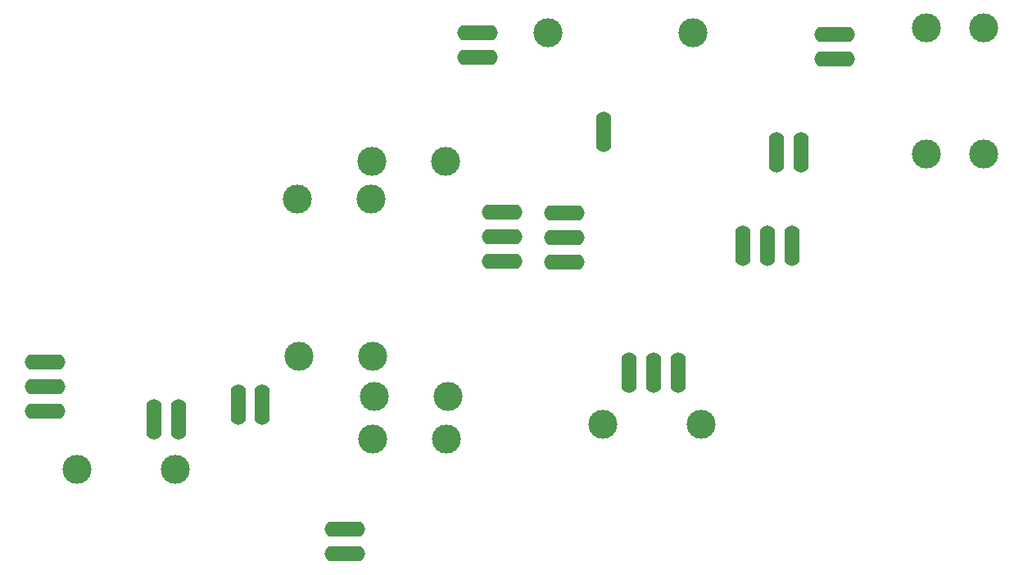
<source format=gbr>
%TF.GenerationSoftware,KiCad,Pcbnew,(6.0.7)*%
%TF.CreationDate,2023-02-12T14:45:51-05:00*%
%TF.ProjectId,Genesis_PA_Testing_v1,47656e65-7369-4735-9f50-415f54657374,rev?*%
%TF.SameCoordinates,Original*%
%TF.FileFunction,Soldermask,Bot*%
%TF.FilePolarity,Negative*%
%FSLAX46Y46*%
G04 Gerber Fmt 4.6, Leading zero omitted, Abs format (unit mm)*
G04 Created by KiCad (PCBNEW (6.0.7)) date 2023-02-12 14:45:51*
%MOMM*%
%LPD*%
G01*
G04 APERTURE LIST*
%ADD10C,3.000000*%
%ADD11O,4.200000X1.600000*%
%ADD12O,1.600000X4.200000*%
G04 APERTURE END LIST*
D10*
%TO.C,R17*%
X115824000Y-129413000D03*
X123444000Y-129413000D03*
%TD*%
%TO.C,R14*%
X115633500Y-105092500D03*
X123253500Y-105092500D03*
%TD*%
%TO.C,R8*%
X107886500Y-109029500D03*
X115506500Y-109029500D03*
%TD*%
%TO.C,R12*%
X108077000Y-125285500D03*
X115697000Y-125285500D03*
%TD*%
%TO.C,R11*%
X123317000Y-133794500D03*
X115697000Y-133794500D03*
%TD*%
D11*
%TO.C,C23*%
X112839500Y-145667613D03*
X112839500Y-143167613D03*
%TD*%
D10*
%TO.C,L1*%
X133787500Y-91821000D03*
X148787500Y-91821000D03*
%TD*%
%TO.C,T1*%
X172895000Y-91353500D03*
X172895000Y-104353500D03*
X178895000Y-91353500D03*
X178895000Y-104353500D03*
%TD*%
D12*
%TO.C,RV1*%
X147266500Y-126936500D03*
X144726500Y-126936500D03*
X142186500Y-126936500D03*
%TD*%
%TO.C,J2*%
X159956500Y-104203500D03*
X157416500Y-104203500D03*
%TD*%
%TO.C,D2*%
X93086000Y-131826000D03*
X95626000Y-131826000D03*
%TD*%
%TO.C,C20*%
X104265613Y-130302000D03*
X101765613Y-130302000D03*
%TD*%
D10*
%TO.C,D3*%
X95250000Y-136969500D03*
X85090000Y-136969500D03*
%TD*%
D12*
%TO.C,Q1*%
X153987500Y-113855500D03*
X156527500Y-113855500D03*
X159067500Y-113855500D03*
%TD*%
D10*
%TO.C,D1*%
X139446000Y-132334000D03*
X149606000Y-132334000D03*
%TD*%
D12*
%TO.C,J1*%
X139573000Y-102044500D03*
%TD*%
D11*
%TO.C,C1*%
X126555500Y-91874849D03*
X126555500Y-94374849D03*
%TD*%
%TO.C,C10*%
X163449000Y-92001849D03*
X163449000Y-94501849D03*
%TD*%
%TO.C,J4*%
X81788000Y-125872000D03*
X81788000Y-128412000D03*
X81788000Y-130952000D03*
%TD*%
%TO.C,J6*%
X129032000Y-110363000D03*
X129032000Y-112903000D03*
X129032000Y-115443000D03*
%TD*%
%TO.C,J7*%
X135509000Y-115555000D03*
X135509000Y-113015000D03*
X135509000Y-110475000D03*
%TD*%
M02*

</source>
